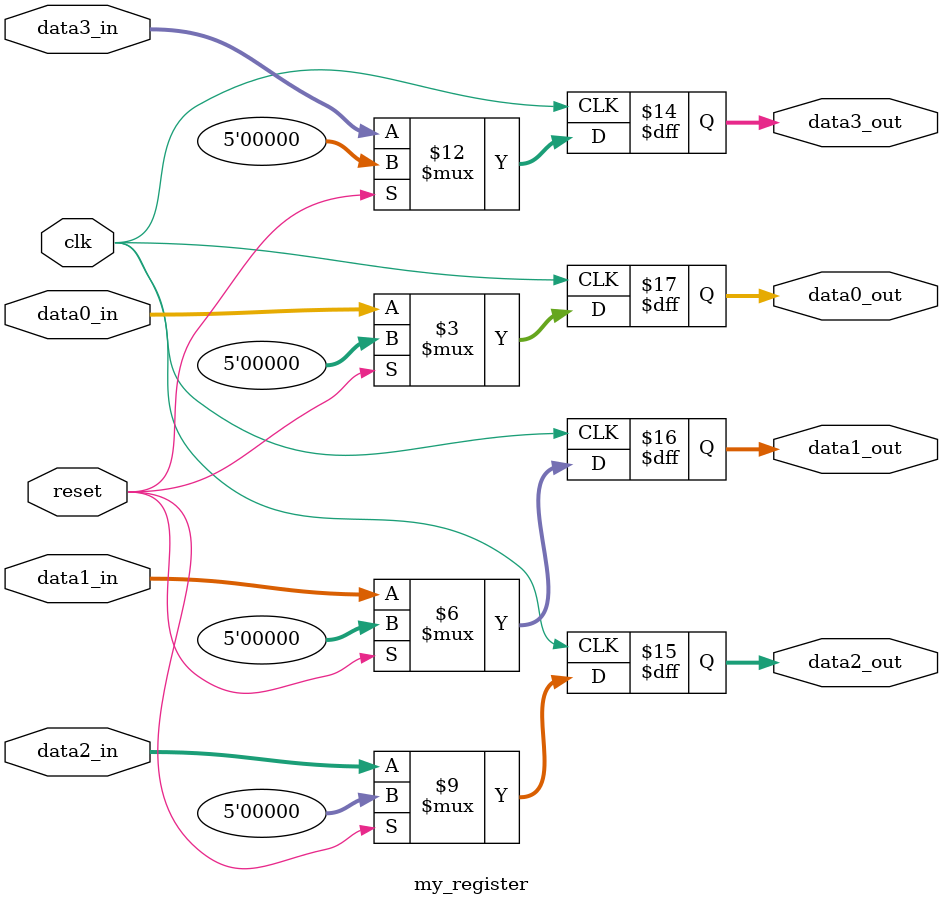
<source format=v>
`timescale 1ns / 100ps

module my_register(
    input wire clk, reset,
    input wire [4:0] data3_in, data2_in, data1_in, data0_in,
    output reg [4:0] data3_out, data2_out, data1_out, data0_out
    );



always @(posedge clk)
  if (reset)
    begin
      data3_out <= 0; 
      data2_out <= 0;  
      data1_out <= 0;  
      data0_out <= 0;
    end
  else
    begin
      data3_out <= data3_in;   
      data2_out <= data2_in; 
      data1_out <= data1_in; 
      data0_out <= data0_in;   
    end
    
endmodule

</source>
